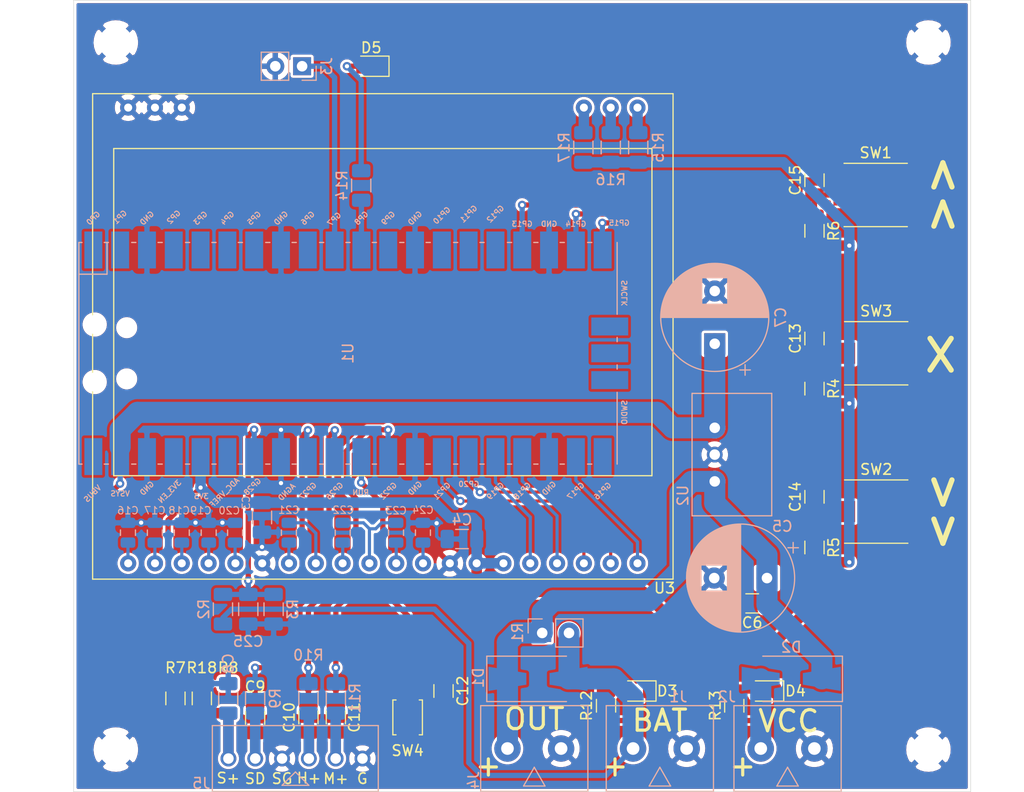
<source format=kicad_pcb>
(kicad_pcb (version 20171130) (host pcbnew 5.1.5+dfsg1-2build2)
  (layers (0 F.Cu signal) (31 B.Cu signal) (34 B.Paste user) (35 F.Paste user) (36 B.SilkS user) (37 F.SilkS user) (38 B.Mask user) (39 F.Mask user) (44 Edge.Cuts user))
  (net 0 "")
  (net 1 GND)
  (net 2 +3V3)
  (net 3 +12V)
  (net 4 +5V)
  (net 5 "Net-(C8-Pad1)")
  (net 6 "Net-(C9-Pad1)")
  (net 7 "Net-(C10-Pad1)")
  (net 8 "Net-(C11-Pad1)")
  (net 9 RESET)
  (net 10 SW_SELECT)
  (net 11 SW_DOWN)
  (net 12 SW_UP)
  (net 13 "Net-(C16-Pad1)")
  (net 14 "Net-(C17-Pad1)")
  (net 15 "Net-(C18-Pad1)")
  (net 16 "Net-(C19-Pad1)")
  (net 17 "Net-(C20-Pad1)")
  (net 18 "Net-(C21-Pad2)")
  (net 19 "Net-(C21-Pad1)")
  (net 20 "Net-(C22-Pad1)")
  (net 21 "Net-(C22-Pad2)")
  (net 22 "Net-(C23-Pad1)")
  (net 23 "Net-(C24-Pad1)")
  (net 24 VBAT)
  (net 25 VLINE)
  (net 26 "Net-(D3-Pad2)")
  (net 27 "Net-(D4-Pad2)")
  (net 28 "Net-(D5-Pad2)")
  (net 29 BUZZER)
  (net 30 DHT22_DATA)
  (net 31 HEATER)
  (net 32 MOTOR)
  (net 33 HEARTBEAT)
  (net 34 "Net-(R15-Pad1)")
  (net 35 "Net-(R16-Pad1)")
  (net 36 "Net-(R17-Pad1)")
  (net 37 LCD_~CS1B)
  (net 38 LCD_SCK)
  (net 39 LCD_MOSI)
  (net 40 LCD_~RESET)
  (net 41 LCD_A0)
  (net 42 "Net-(C25-Pad1)")
  (module Capacitor_SMD:C_0805_2012Metric (layer B.Cu) (at 57.45 67 90)
    (fp_text reference C23 (at 2.1 0 180) (layer B.SilkS) (effects (font (size 0.7 0.7) (thickness 0.1)) (justify mirror)))
    (fp_text value 1u)
    (pad 2 smd roundrect (at 0.9375 0 90) (size 0.975 1.4) (layers B.Cu B.Paste B.Mask) (net 20 "Net-(C22-Pad1)"))
    (pad 1 smd roundrect (at -0.9375 0 90) (size 0.975 1.4) (layers B.Cu B.Paste B.Mask) (net 22 "Net-(C23-Pad1)"))
  )
  (module Capacitor_SMD:C_1206_3216Metric (layer B.Cu) (at 44.75 65.55 270)
    (fp_text reference C3 (at -1.4 1.5 270) (layer B.SilkS) (effects (font (size 0.7 0.7) (thickness 0.1)) (justify mirror)))
    (fp_text value 100n)
    (pad 1 smd roundrect (at -1.4 0 270) (size 1.25 1.75) (layers B.Cu B.Paste B.Mask) (roundrect_rratio 0.2) (net 2 +3V3))
    (pad 2 smd roundrect (at 1.4 0 270) (size 1.25 1.75) (layers B.Cu B.Paste B.Mask) (roundrect_rratio 0.2) (net 1 GND))
  )
  (module Capacitor_SMD:C_1206_3216Metric (layer B.Cu) (at 63.7 67.6 180)
    (fp_text reference C4 (at 0 1.82) (layer B.SilkS) (effects (justify mirror)))
    (fp_text value 100n)
    (pad 1 smd roundrect (at -1.4 0 180) (size 1.25 1.75) (layers B.Cu B.Paste B.Mask) (roundrect_rratio 0.2) (net 2 +3V3))
    (pad 2 smd roundrect (at 1.4 0 180) (size 1.25 1.75) (layers B.Cu B.Paste B.Mask) (roundrect_rratio 0.2) (net 1 GND))
  )
  (module Capacitor_THT:CP_Radial_D10.0mm_P5.00mm (layer B.Cu) (at 92.6 71.3 180)
    (fp_text reference C5 (at -1.45 4.9) (layer B.SilkS) (effects (justify mirror)))
    (fp_text value 100u)
    (pad 2 thru_hole circle (at 5 0 180) (size 2 2) (drill 1) (layers *.Cu *.Mask) (net 1 GND))
    (pad 1 thru_hole rect (at 0 0 180) (size 2 2) (drill 1) (layers *.Cu *.Mask) (net 3 +12V))
  )
  (module Capacitor_SMD:C_1206_3216Metric (layer F.Cu) (at 91.2 73.7 180)
    (fp_text reference C6 (at 0 -1.82) (layer F.SilkS))
    (fp_text value 100n)
    (pad 2 smd roundrect (at 1.4 0 180) (size 1.25 1.75) (layers F.Cu F.Paste F.Mask) (roundrect_rratio 0.2) (net 1 GND))
    (pad 1 smd roundrect (at -1.4 0 180) (size 1.25 1.75) (layers F.Cu F.Paste F.Mask) (roundrect_rratio 0.2) (net 3 +12V))
  )
  (module Capacitor_THT:CP_Radial_D10.0mm_P5.00mm (layer B.Cu) (at 87.65 49.1 90)
    (fp_text reference C7 (at 2.5 6.25 90) (layer B.SilkS) (effects (justify mirror)))
    (fp_text value 100u)
    (pad 1 thru_hole rect (at 0 0 90) (size 2 2) (drill 1) (layers *.Cu *.Mask) (net 4 +5V))
    (pad 2 thru_hole circle (at 5 0 90) (size 2 2) (drill 1) (layers *.Cu *.Mask) (net 1 GND))
  )
  (module Capacitor_SMD:C_1206_3216Metric (layer B.Cu) (at 41.55 82.7 90)
    (fp_text reference C8 (at 3.3 0 270) (layer B.SilkS) (effects (justify mirror)))
    (fp_text value 100n)
    (pad 1 smd roundrect (at -1.4 0 90) (size 1.25 1.75) (layers B.Cu B.Paste B.Mask) (roundrect_rratio 0.2) (net 5 "Net-(C8-Pad1)"))
    (pad 2 smd roundrect (at 1.4 0 90) (size 1.25 1.75) (layers B.Cu B.Paste B.Mask) (roundrect_rratio 0.2) (net 1 GND))
  )
  (module Capacitor_SMD:C_1206_3216Metric (layer F.Cu) (at 44.1 84.55 90)
    (fp_text reference C9 (at 2.95 0 180) (layer F.SilkS))
    (fp_text value 100p)
    (pad 2 smd roundrect (at 1.4 0 90) (size 1.25 1.75) (layers F.Cu F.Paste F.Mask) (roundrect_rratio 0.2) (net 1 GND))
    (pad 1 smd roundrect (at -1.4 0 90) (size 1.25 1.75) (layers F.Cu F.Paste F.Mask) (roundrect_rratio 0.2) (net 6 "Net-(C9-Pad1)"))
  )
  (module Capacitor_SMD:C_1206_3216Metric (layer F.Cu) (at 49.15 84.5 90)
    (fp_text reference C10 (at 0 -1.82 90) (layer F.SilkS))
    (fp_text value 100p)
    (pad 2 smd roundrect (at 1.4 0 90) (size 1.25 1.75) (layers F.Cu F.Paste F.Mask) (roundrect_rratio 0.2) (net 1 GND))
    (pad 1 smd roundrect (at -1.4 0 90) (size 1.25 1.75) (layers F.Cu F.Paste F.Mask) (roundrect_rratio 0.2) (net 7 "Net-(C10-Pad1)"))
  )
  (module Capacitor_SMD:C_1206_3216Metric (layer F.Cu) (at 51.75 84.5 90)
    (fp_text reference C11 (at 0 1.75 90) (layer F.SilkS))
    (fp_text value 100p)
    (pad 2 smd roundrect (at 1.4 0 90) (size 1.25 1.75) (layers F.Cu F.Paste F.Mask) (roundrect_rratio 0.2) (net 1 GND))
    (pad 1 smd roundrect (at -1.4 0 90) (size 1.25 1.75) (layers F.Cu F.Paste F.Mask) (roundrect_rratio 0.2) (net 8 "Net-(C11-Pad1)"))
  )
  (module Capacitor_SMD:C_1206_3216Metric (layer F.Cu) (at 61.95 82 270)
    (fp_text reference C12 (at 0 -1.82 270) (layer F.SilkS))
    (fp_text value 100n)
    (pad 1 smd roundrect (at -1.4 0 270) (size 1.25 1.75) (layers F.Cu F.Paste F.Mask) (roundrect_rratio 0.2) (net 9 RESET))
    (pad 2 smd roundrect (at 1.4 0 270) (size 1.25 1.75) (layers F.Cu F.Paste F.Mask) (roundrect_rratio 0.2) (net 1 GND))
  )
  (module Capacitor_SMD:C_1206_3216Metric (layer F.Cu) (at 97.1 48.6 90)
    (fp_text reference C13 (at 0 -1.82 90) (layer F.SilkS))
    (fp_text value 100n)
    (pad 2 smd roundrect (at 1.4 0 90) (size 1.25 1.75) (layers F.Cu F.Paste F.Mask) (roundrect_rratio 0.2) (net 1 GND))
    (pad 1 smd roundrect (at -1.4 0 90) (size 1.25 1.75) (layers F.Cu F.Paste F.Mask) (roundrect_rratio 0.2) (net 10 SW_SELECT))
  )
  (module Capacitor_SMD:C_1206_3216Metric (layer F.Cu) (at 97.1 63.6 90)
    (fp_text reference C14 (at 0 -1.82 90) (layer F.SilkS))
    (fp_text value 100n)
    (pad 1 smd roundrect (at -1.4 0 90) (size 1.25 1.75) (layers F.Cu F.Paste F.Mask) (roundrect_rratio 0.2) (net 11 SW_DOWN))
    (pad 2 smd roundrect (at 1.4 0 90) (size 1.25 1.75) (layers F.Cu F.Paste F.Mask) (roundrect_rratio 0.2) (net 1 GND))
  )
  (module Capacitor_SMD:C_1206_3216Metric (layer F.Cu) (at 97.1 33.6 90)
    (fp_text reference C15 (at 0 -1.82 90) (layer F.SilkS))
    (fp_text value 100n)
    (pad 2 smd roundrect (at 1.4 0 90) (size 1.25 1.75) (layers F.Cu F.Paste F.Mask) (roundrect_rratio 0.2) (net 1 GND))
    (pad 1 smd roundrect (at -1.4 0 90) (size 1.25 1.75) (layers F.Cu F.Paste F.Mask) (roundrect_rratio 0.2) (net 12 SW_UP))
  )
  (module Capacitor_SMD:C_0805_2012Metric (layer B.Cu) (at 32.05 67 90)
    (fp_text reference C16 (at 2.1 0 180) (layer B.SilkS) (effects (font (size 0.7 0.7) (thickness 0.1)) (justify mirror)))
    (fp_text value 1u)
    (pad 1 smd roundrect (at -0.9375 0 90) (size 0.975 1.4) (layers B.Cu B.Paste B.Mask) (net 13 "Net-(C16-Pad1)"))
    (pad 2 smd roundrect (at 0.9375 0 90) (size 0.975 1.4) (layers B.Cu B.Paste B.Mask) (net 1 GND))
  )
  (module Capacitor_SMD:C_0805_2012Metric (layer B.Cu) (at 34.6 67 90)
    (fp_text reference C17 (at 2.1 0 180) (layer B.SilkS) (effects (font (size 0.7 0.7) (thickness 0.1)) (justify mirror)))
    (fp_text value 1u)
    (pad 2 smd roundrect (at 0.9375 0 90) (size 0.975 1.4) (layers B.Cu B.Paste B.Mask) (net 1 GND))
    (pad 1 smd roundrect (at -0.9375 0 90) (size 0.975 1.4) (layers B.Cu B.Paste B.Mask) (net 14 "Net-(C17-Pad1)"))
  )
  (module Capacitor_SMD:C_0805_2012Metric (layer B.Cu) (at 37.15 67 90)
    (fp_text reference C18 (at 2.1 -0.25 180) (layer B.SilkS) (effects (font (size 0.7 0.7) (thickness 0.1)) (justify mirror)))
    (fp_text value 1u)
    (pad 1 smd roundrect (at -0.9375 0 90) (size 0.975 1.4) (layers B.Cu B.Paste B.Mask) (net 15 "Net-(C18-Pad1)"))
    (pad 2 smd roundrect (at 0.9375 0 90) (size 0.975 1.4) (layers B.Cu B.Paste B.Mask) (net 1 GND))
  )
  (module Capacitor_SMD:C_0805_2012Metric (layer B.Cu) (at 39.7 67 90)
    (fp_text reference C19 (at 2.1 -0.75) (layer B.SilkS) (effects (font (size 0.7 0.7) (thickness 0.1)) (justify mirror)))
    (fp_text value 1u)
    (pad 2 smd roundrect (at 0.9375 0 90) (size 0.975 1.4) (layers B.Cu B.Paste B.Mask) (net 1 GND))
    (pad 1 smd roundrect (at -0.9375 0 90) (size 0.975 1.4) (layers B.Cu B.Paste B.Mask) (net 16 "Net-(C19-Pad1)"))
  )
  (module Capacitor_SMD:C_0805_2012Metric (layer B.Cu) (at 42.2 67 90)
    (fp_text reference C20 (at 2.1 -0.55 180) (layer B.SilkS) (effects (font (size 0.7 0.7) (thickness 0.1)) (justify mirror)))
    (fp_text value 1u)
    (pad 1 smd roundrect (at -0.9375 0 90) (size 0.975 1.4) (layers B.Cu B.Paste B.Mask) (net 17 "Net-(C20-Pad1)"))
    (pad 2 smd roundrect (at 0.9375 0 90) (size 0.975 1.4) (layers B.Cu B.Paste B.Mask) (net 1 GND))
  )
  (module Capacitor_SMD:C_0805_2012Metric (layer B.Cu) (at 47.3 67 270)
    (fp_text reference C21 (at -2.15 0 180) (layer B.SilkS) (effects (font (size 0.7 0.7) (thickness 0.1)) (justify mirror)))
    (fp_text value 1u)
    (pad 2 smd roundrect (at 0.9375 0 270) (size 0.975 1.4) (layers B.Cu B.Paste B.Mask) (net 18 "Net-(C21-Pad2)"))
    (pad 1 smd roundrect (at -0.9375 0 270) (size 0.975 1.4) (layers B.Cu B.Paste B.Mask) (net 19 "Net-(C21-Pad1)"))
  )
  (module Capacitor_SMD:C_0805_2012Metric (layer B.Cu) (at 52.4 67 270)
    (fp_text reference C22 (at -2.15 -0.05 180) (layer B.SilkS) (effects (font (size 0.7 0.7) (thickness 0.1)) (justify mirror)))
    (fp_text value 1u)
    (pad 1 smd roundrect (at -0.9375 0 270) (size 0.975 1.4) (layers B.Cu B.Paste B.Mask) (net 20 "Net-(C22-Pad1)"))
    (pad 2 smd roundrect (at 0.9375 0 270) (size 0.975 1.4) (layers B.Cu B.Paste B.Mask) (net 21 "Net-(C22-Pad2)"))
  )
  (module Capacitor_SMD:C_0805_2012Metric (layer B.Cu) (at 60 67 90)
    (fp_text reference C24 (at 2.15 0 180) (layer B.SilkS) (effects (font (size 0.7 0.7) (thickness 0.1)) (justify mirror)))
    (fp_text value 1u)
    (pad 1 smd roundrect (at -0.9375 0 90) (size 0.975 1.4) (layers B.Cu B.Paste B.Mask) (net 23 "Net-(C24-Pad1)"))
    (pad 2 smd roundrect (at 0.9375 0 90) (size 0.975 1.4) (layers B.Cu B.Paste B.Mask) (net 1 GND))
  )
  (module Diode_SMD:D_SMA-SMB_Universal_Handsoldering (layer B.Cu) (at 70.9 80.85)
    (fp_text reference D1 (at -5.65 -0.1 90) (layer B.SilkS) (effects (justify mirror)))
    (fp_text value D_Schottky)
    (pad 2 smd trapezoid (at 2.9 0 180) (size 3.6 1.7) (rect_delta 0.6 0) (layers B.Cu B.Paste B.Mask) (net 24 VBAT))
    (pad 1 smd trapezoid (at -2.9 0) (size 3.6 1.7) (rect_delta 0.6 0) (layers B.Cu B.Paste B.Mask) (net 3 +12V))
  )
  (module Diode_SMD:D_SMA-SMB_Universal_Handsoldering (layer B.Cu) (at 94.9 80.85 180)
    (fp_text reference D2 (at 0 3) (layer B.SilkS) (effects (justify mirror)))
    (fp_text value D_Schottky)
    (pad 1 smd trapezoid (at -2.9 0 180) (size 3.6 1.7) (rect_delta 0.6 0) (layers B.Cu B.Paste B.Mask) (net 3 +12V))
    (pad 2 smd trapezoid (at 2.9 0) (size 3.6 1.7) (rect_delta 0.6 0) (layers B.Cu B.Paste B.Mask) (net 25 VLINE))
  )
  (module LED_SMD:LED_0805_2012Metric (layer F.Cu) (at 80.4 82 180)
    (fp_text reference D3 (at -2.75 0) (layer F.SilkS))
    (fp_text value LED_Small)
    (pad 2 smd roundrect (at 0.9375 0 180) (size 0.975 1.4) (layers F.Cu F.Paste F.Mask) (net 26 "Net-(D3-Pad2)"))
    (pad 1 smd roundrect (at -0.9375 0 180) (size 0.975 1.4) (layers F.Cu F.Paste F.Mask) (net 1 GND))
  )
  (module LED_SMD:LED_0805_2012Metric (layer F.Cu) (at 92.5 82 180)
    (fp_text reference D4 (at -2.8 0) (layer F.SilkS))
    (fp_text value LED_Small)
    (pad 1 smd roundrect (at -0.9375 0 180) (size 0.975 1.4) (layers F.Cu F.Paste F.Mask) (net 1 GND))
    (pad 2 smd roundrect (at 0.9375 0 180) (size 0.975 1.4) (layers F.Cu F.Paste F.Mask) (net 27 "Net-(D4-Pad2)"))
  )
  (module LED_SMD:LED_0805_2012Metric (layer F.Cu) (at 55.1 22.8 180)
    (fp_text reference D5 (at 0 1.75) (layer F.SilkS))
    (fp_text value LED_Small)
    (pad 1 smd roundrect (at -0.9375 0 180) (size 0.975 1.4) (layers F.Cu F.Paste F.Mask) (net 1 GND))
    (pad 2 smd roundrect (at 0.9375 0 180) (size 0.975 1.4) (layers F.Cu F.Paste F.Mask) (net 28 "Net-(D5-Pad2)"))
  )
  (module incubatorController:691213510002 (layer B.Cu) (at 82.45 87.45)
    (fp_text reference J1 (at 1.75 -4.9) (layer B.SilkS) (effects (justify mirror)))
    (fp_text value BATTERY)
    (pad 2 thru_hole circle (at 2.54 0) (size 2.5 2.5) (drill 1.2) (layers *.Cu *.Mask) (net 1 GND))
    (pad 1 thru_hole circle (at -2.54 0) (size 2.5 2.5) (drill 1.2) (layers *.Cu *.Mask) (net 24 VBAT))
  )
  (module incubatorController:691213510002 (layer B.Cu) (at 94.55 87.45)
    (fp_text reference J2 (at -5.75 -4.9) (layer B.SilkS) (effects (justify mirror)))
    (fp_text value POWER)
    (pad 1 thru_hole circle (at -2.54 0) (size 2.5 2.5) (drill 1.2) (layers *.Cu *.Mask) (net 25 VLINE))
    (pad 2 thru_hole circle (at 2.54 0) (size 2.5 2.5) (drill 1.2) (layers *.Cu *.Mask) (net 1 GND))
  )
  (module Connector_PinHeader_2.54mm:PinHeader_1x02_P2.54mm_Vertical (layer B.Cu) (at 48.55 22.8 90)
    (fp_text reference J3 (at 0 2.33 -90) (layer B.SilkS) (effects (justify mirror)))
    (fp_text value BUZZER)
    (pad 2 thru_hole oval (at 0 -2.54 90) (size 1.7 1.7) (drill 1) (layers *.Cu *.Mask) (net 1 GND))
    (pad 1 thru_hole rect (at 0 0 90) (size 1.7 1.7) (drill 1) (layers *.Cu *.Mask) (net 29 BUZZER))
  )
  (module incubatorController:691213510002 (layer B.Cu) (at 70.55 87.45)
    (fp_text reference J4 (at -5.75 3 90) (layer B.SilkS) (effects (justify mirror)))
    (fp_text value OUT)
    (pad 1 thru_hole circle (at -2.54 0) (size 2.5 2.5) (drill 1.2) (layers *.Cu *.Mask) (net 3 +12V))
    (pad 2 thru_hole circle (at 2.54 0) (size 2.5 2.5) (drill 1.2) (layers *.Cu *.Mask) (net 1 GND))
  )
  (module incubatorController:MP008516 (layer B.Cu) (at 41.57 88.4)
    (fp_text reference J5 (at -2.57 2.35) (layer B.SilkS) (effects (justify mirror)))
    (fp_text value CONTROL)
    (pad 1 thru_hole circle (at 0 0) (size 1.5 1.5) (drill 1) (layers *.Cu *.Mask) (net 5 "Net-(C8-Pad1)"))
    (pad 2 thru_hole circle (at 2.54 0) (size 1.5 1.5) (drill 1) (layers *.Cu *.Mask) (net 6 "Net-(C9-Pad1)"))
    (pad 3 thru_hole circle (at 5.08 0) (size 1.5 1.5) (drill 1) (layers *.Cu *.Mask) (net 1 GND))
    (pad 4 thru_hole circle (at 7.62 0) (size 1.5 1.5) (drill 1) (layers *.Cu *.Mask) (net 7 "Net-(C10-Pad1)"))
    (pad 5 thru_hole circle (at 10.16 0) (size 1.5 1.5) (drill 1) (layers *.Cu *.Mask) (net 8 "Net-(C11-Pad1)"))
    (pad 6 thru_hole circle (at 12.7 0) (size 1.5 1.5) (drill 1) (layers *.Cu *.Mask) (net 1 GND))
  )
  (module Connector_PinHeader_2.54mm:PinHeader_1x02_P2.54mm_Vertical (layer B.Cu) (at 71.3 76.5 270)
    (fp_text reference R1 (at 0 2.33 90) (layer B.SilkS) (effects (justify mirror)))
    (fp_text value 100)
    (pad 1 thru_hole rect (at 0 0 270) (size 1.7 1.7) (drill 1) (layers *.Cu *.Mask) (net 3 +12V))
    (pad 2 thru_hole oval (at 0 -2.54 270) (size 1.7 1.7) (drill 1) (layers *.Cu *.Mask) (net 24 VBAT))
  )
  (module Resistor_SMD:R_1206_3216Metric (layer F.Cu) (at 97.1 53.35 270)
    (fp_text reference R4 (at 0 -1.82 90) (layer F.SilkS))
    (fp_text value 10k)
    (pad 1 smd roundrect (at -1.4 0 270) (size 1.25 1.75) (layers F.Cu F.Paste F.Mask) (roundrect_rratio 0.2) (net 10 SW_SELECT))
    (pad 2 smd roundrect (at 1.4 0 270) (size 1.25 1.75) (layers F.Cu F.Paste F.Mask) (roundrect_rratio 0.2) (net 2 +3V3))
  )
  (module Resistor_SMD:R_1206_3216Metric (layer F.Cu) (at 97.1 68.4 270)
    (fp_text reference R5 (at 0 -1.82 90) (layer F.SilkS))
    (fp_text value 10k)
    (pad 2 smd roundrect (at 1.4 0 270) (size 1.25 1.75) (layers F.Cu F.Paste F.Mask) (roundrect_rratio 0.2) (net 2 +3V3))
    (pad 1 smd roundrect (at -1.4 0 270) (size 1.25 1.75) (layers F.Cu F.Paste F.Mask) (roundrect_rratio 0.2) (net 11 SW_DOWN))
  )
  (module Resistor_SMD:R_1206_3216Metric (layer F.Cu) (at 97.1 38.4 270)
    (fp_text reference R6 (at 0 -1.82 90) (layer F.SilkS))
    (fp_text value 10k)
    (pad 2 smd roundrect (at 1.4 0 270) (size 1.25 1.75) (layers F.Cu F.Paste F.Mask) (roundrect_rratio 0.2) (net 2 +3V3))
    (pad 1 smd roundrect (at -1.4 0 270) (size 1.25 1.75) (layers F.Cu F.Paste F.Mask) (roundrect_rratio 0.2) (net 12 SW_UP))
  )
  (module Resistor_SMD:R_1206_3216Metric (layer F.Cu) (at 36.55 82.7 270)
    (fp_text reference R7 (at -2.9 0 180) (layer F.SilkS))
    (fp_text value DNP)
    (pad 1 smd roundrect (at -1.4 0 270) (size 1.25 1.75) (layers F.Cu F.Paste F.Mask) (roundrect_rratio 0.2) (net 4 +5V))
    (pad 2 smd roundrect (at 1.4 0 270) (size 1.25 1.75) (layers F.Cu F.Paste F.Mask) (roundrect_rratio 0.2) (net 5 "Net-(C8-Pad1)"))
  )
  (module Resistor_SMD:R_1206_3216Metric (layer F.Cu) (at 41.55 82.7 90)
    (fp_text reference R8 (at 2.9 0 180) (layer F.SilkS))
    (fp_text value 0)
    (pad 2 smd roundrect (at 1.4 0 90) (size 1.25 1.75) (layers F.Cu F.Paste F.Mask) (roundrect_rratio 0.2))
    (pad 1 smd roundrect (at -1.4 0 90) (size 1.25 1.75) (layers F.Cu F.Paste F.Mask) (roundrect_rratio 0.2) (net 5 "Net-(C8-Pad1)"))
  )
  (module Resistor_SMD:R_1206_3216Metric (layer B.Cu) (at 44.1 82.7 90)
    (fp_text reference R9 (at 0 1.9 90) (layer B.SilkS) (effects (justify mirror)))
    (fp_text value 100)
    (pad 2 smd roundrect (at 1.4 0 90) (size 1.25 1.75) (layers B.Cu B.Paste B.Mask) (roundrect_rratio 0.2) (net 30 DHT22_DATA))
    (pad 1 smd roundrect (at -1.4 0 90) (size 1.25 1.75) (layers B.Cu B.Paste B.Mask) (roundrect_rratio 0.2) (net 6 "Net-(C9-Pad1)"))
  )
  (module Resistor_SMD:R_1206_3216Metric (layer B.Cu) (at 49.15 82.7 90)
    (fp_text reference R10 (at 4.1 0 180) (layer B.SilkS) (effects (justify mirror)))
    (fp_text value 100)
    (pad 1 smd roundrect (at -1.4 0 90) (size 1.25 1.75) (layers B.Cu B.Paste B.Mask) (roundrect_rratio 0.2) (net 7 "Net-(C10-Pad1)"))
    (pad 2 smd roundrect (at 1.4 0 90) (size 1.25 1.75) (layers B.Cu B.Paste B.Mask) (roundrect_rratio 0.2) (net 31 HEATER))
  )
  (module Resistor_SMD:R_1206_3216Metric (layer B.Cu) (at 51.75 82.7 90)
    (fp_text reference R11 (at 0 1.82 90) (layer B.SilkS) (effects (justify mirror)))
    (fp_text value 100)
    (pad 1 smd roundrect (at -1.4 0 90) (size 1.25 1.75) (layers B.Cu B.Paste B.Mask) (roundrect_rratio 0.2) (net 8 "Net-(C11-Pad1)"))
    (pad 2 smd roundrect (at 1.4 0 90) (size 1.25 1.75) (layers B.Cu B.Paste B.Mask) (roundrect_rratio 0.2) (net 32 MOTOR))
  )
  (module Resistor_SMD:R_1206_3216Metric (layer F.Cu) (at 77.35 83.4 270)
    (fp_text reference R12 (at 0 1.85 90) (layer F.SilkS))
    (fp_text value 10k)
    (pad 1 smd roundrect (at -1.4 0 270) (size 1.25 1.75) (layers F.Cu F.Paste F.Mask) (roundrect_rratio 0.2) (net 26 "Net-(D3-Pad2)"))
    (pad 2 smd roundrect (at 1.4 0 270) (size 1.25 1.75) (layers F.Cu F.Paste F.Mask) (roundrect_rratio 0.2) (net 24 VBAT))
  )
  (module Resistor_SMD:R_1206_3216Metric (layer F.Cu) (at 89.5 83.4 270)
    (fp_text reference R13 (at 0 1.8 90) (layer F.SilkS))
    (fp_text value 10k)
    (pad 2 smd roundrect (at 1.4 0 270) (size 1.25 1.75) (layers F.Cu F.Paste F.Mask) (roundrect_rratio 0.2) (net 25 VLINE))
    (pad 1 smd roundrect (at -1.4 0 270) (size 1.25 1.75) (layers F.Cu F.Paste F.Mask) (roundrect_rratio 0.2) (net 27 "Net-(D4-Pad2)"))
  )
  (module Resistor_SMD:R_1206_3216Metric (layer B.Cu) (at 54.15 34.1 270)
    (fp_text reference R14 (at 0 1.82 90) (layer B.SilkS) (effects (justify mirror)))
    (fp_text value 1k)
    (pad 2 smd roundrect (at 1.4 0 270) (size 1.25 1.75) (layers B.Cu B.Paste B.Mask) (roundrect_rratio 0.2) (net 33 HEARTBEAT))
    (pad 1 smd roundrect (at -1.4 0 270) (size 1.25 1.75) (layers B.Cu B.Paste B.Mask) (roundrect_rratio 0.2) (net 28 "Net-(D5-Pad2)"))
  )
  (module Resistor_SMD:R_1206_3216Metric (layer B.Cu) (at 80.4 30.5 270)
    (fp_text reference R15 (at 0 -1.9 270) (layer B.SilkS) (effects (justify mirror)))
    (fp_text value 56)
    (pad 1 smd roundrect (at -1.4 0 270) (size 1.25 1.75) (layers B.Cu B.Paste B.Mask) (roundrect_rratio 0.2) (net 34 "Net-(R15-Pad1)"))
    (pad 2 smd roundrect (at 1.4 0 270) (size 1.25 1.75) (layers B.Cu B.Paste B.Mask) (roundrect_rratio 0.2) (net 2 +3V3))
  )
  (module Resistor_SMD:R_1206_3216Metric (layer B.Cu) (at 77.8 30.5 270)
    (fp_text reference R16 (at 3.05 0 180) (layer B.SilkS) (effects (justify mirror)))
    (fp_text value 56)
    (pad 2 smd roundrect (at 1.4 0 270) (size 1.25 1.75) (layers B.Cu B.Paste B.Mask) (roundrect_rratio 0.2) (net 2 +3V3))
    (pad 1 smd roundrect (at -1.4 0 270) (size 1.25 1.75) (layers B.Cu B.Paste B.Mask) (roundrect_rratio 0.2) (net 35 "Net-(R16-Pad1)"))
  )
  (module Resistor_SMD:R_1206_3216Metric (layer B.Cu) (at 75.2 30.5 270)
    (fp_text reference R17 (at 0 1.82 90) (layer B.SilkS) (effects (justify mirror)))
    (fp_text value 56)
    (pad 1 smd roundrect (at -1.4 0 270) (size 1.25 1.75) (layers B.Cu B.Paste B.Mask) (roundrect_rratio 0.2) (net 36 "Net-(R17-Pad1)"))
    (pad 2 smd roundrect (at 1.4 0 270) (size 1.25 1.75) (layers B.Cu B.Paste B.Mask) (roundrect_rratio 0.2) (net 2 +3V3))
  )
  (module incubatorController:EVPASCB1A (layer F.Cu) (at 102.9 35)
    (fp_text reference SW1 (at 0 -4) (layer F.SilkS))
    (fp_text value SW_UP)
    (pad 1 smd rect (at -3 0) (size 2 2) (layers F.Cu F.Paste F.Mask) (net 12 SW_UP))
    (pad 2 smd rect (at 3 0) (size 2 2) (layers F.Cu F.Paste F.Mask) (net 1 GND))
  )
  (module incubatorController:EVPASCB1A (layer F.Cu) (at 102.95 65)
    (fp_text reference SW2 (at 0 -4) (layer F.SilkS))
    (fp_text value SW_DOWN)
    (pad 2 smd rect (at 3 0) (size 2 2) (layers F.Cu F.Paste F.Mask) (net 1 GND))
    (pad 1 smd rect (at -3 0) (size 2 2) (layers F.Cu F.Paste F.Mask) (net 11 SW_DOWN))
  )
  (module incubatorController:EVPASCB1A (layer F.Cu) (at 102.95 50)
    (fp_text reference SW3 (at 0 -4) (layer F.SilkS))
    (fp_text value SW_SELECT)
    (pad 1 smd rect (at -3 0) (size 2 2) (layers F.Cu F.Paste F.Mask) (net 10 SW_SELECT))
    (pad 2 smd rect (at 3 0) (size 2 2) (layers F.Cu F.Paste F.Mask) (net 1 GND))
  )
  (module incubatorController:MP-K7805-500R3 (layer B.Cu) (at 87.65 59.6 90)
    (fp_text reference U2 (at -3.88 -3.02 90) (layer B.SilkS) (effects (justify mirror)))
    (fp_text value MP-K7805-500R3)
    (pad 1 thru_hole circle (at -2.54 0 90) (size 1.5 1.5) (drill 1) (layers *.Cu *.Mask) (net 3 +12V))
    (pad 2 thru_hole circle (at 0 0 90) (size 1.5 1.5) (drill 1) (layers *.Cu *.Mask) (net 1 GND))
    (pad 3 thru_hole circle (at 2.54 0 90) (size 1.5 1.5) (drill 1) (layers *.Cu *.Mask) (net 4 +5V))
  )
  (module incubatorController:EADOGM128 (layer F.Cu) (at 56.2 46.1 180)
    (fp_text reference U3 (at -26.7 -26.15) (layer F.SilkS))
    (fp_text value EADOGM128W-6)
    (pad 30 thru_hole circle (at 1.27 -23.8 180) (size 1.524 1.524) (drill 0.762) (layers *.Cu *.Mask) (net 20 "Net-(C22-Pad1)"))
    (pad 29 thru_hole circle (at 3.81 -23.8 180) (size 1.524 1.524) (drill 0.762) (layers *.Cu *.Mask) (net 21 "Net-(C22-Pad2)"))
    (pad 28 thru_hole circle (at 6.35 -23.8 180) (size 1.524 1.524) (drill 0.762) (layers *.Cu *.Mask) (net 19 "Net-(C21-Pad1)"))
    (pad 27 thru_hole circle (at 8.89 -23.8 180) (size 1.524 1.524) (drill 0.762) (layers *.Cu *.Mask) (net 18 "Net-(C21-Pad2)"))
    (pad 26 thru_hole circle (at 11.43 -23.8 180) (size 1.524 1.524) (drill 0.762) (layers *.Cu *.Mask) (net 1 GND))
    (pad 25 thru_hole circle (at 13.97 -23.8 180) (size 1.524 1.524) (drill 0.762) (layers *.Cu *.Mask) (net 17 "Net-(C20-Pad1)"))
    (pad 24 thru_hole circle (at 16.51 -23.8 180) (size 1.524 1.524) (drill 0.762) (layers *.Cu *.Mask) (net 16 "Net-(C19-Pad1)"))
    (pad 23 thru_hole circle (at 19.05 -23.8 180) (size 1.524 1.524) (drill 0.762) (layers *.Cu *.Mask) (net 15 "Net-(C18-Pad1)"))
    (pad 22 thru_hole circle (at 21.59 -23.8 180) (size 1.524 1.524) (drill 0.762) (layers *.Cu *.Mask) (net 14 "Net-(C17-Pad1)"))
    (pad 21 thru_hole circle (at 24.13 -23.8 180) (size 1.524 1.524) (drill 0.762) (layers *.Cu *.Mask) (net 13 "Net-(C16-Pad1)"))
    (pad 31 thru_hole circle (at -1.27 -23.8 180) (size 1.524 1.524) (drill 0.762) (layers *.Cu *.Mask) (net 22 "Net-(C23-Pad1)"))
    (pad 32 thru_hole circle (at -3.81 -23.8 180) (size 1.524 1.524) (drill 0.762) (layers *.Cu *.Mask) (net 23 "Net-(C24-Pad1)"))
    (pad 33 thru_hole circle (at -6.35 -23.8 180) (size 1.524 1.524) (drill 0.762) (layers *.Cu *.Mask) (net 1 GND))
    (pad 34 thru_hole circle (at -8.89 -23.8 180) (size 1.524 1.524) (drill 0.762) (layers *.Cu *.Mask) (net 2 +3V3))
    (pad 35 thru_hole circle (at -11.43 -23.8 180) (size 1.524 1.524) (drill 0.762) (layers *.Cu *.Mask) (net 2 +3V3))
    (pad 36 thru_hole circle (at -13.97 -23.8 180) (size 1.524 1.524) (drill 0.762) (layers *.Cu *.Mask) (net 39 LCD_MOSI))
    (pad 37 thru_hole circle (at -16.51 -23.8 180) (size 1.524 1.524) (drill 0.762) (layers *.Cu *.Mask) (net 38 LCD_SCK))
    (pad 38 thru_hole circle (at -19.05 -23.8 180) (size 1.524 1.524) (drill 0.762) (layers *.Cu *.Mask) (net 41 LCD_A0))
    (pad 39 thru_hole circle (at -21.59 -23.8 180) (size 1.524 1.524) (drill 0.762) (layers *.Cu *.Mask) (net 40 LCD_~RESET))
    (pad 40 thru_hole circle (at -24.13 -23.8 180) (size 1.524 1.524) (drill 0.762) (layers *.Cu *.Mask) (net 37 LCD_~CS1B))
    (pad 1 thru_hole circle (at -24.13 19.38 180) (size 1.524 1.524) (drill 0.762) (layers *.Cu *.Mask) (net 34 "Net-(R15-Pad1)"))
    (pad 2 thru_hole circle (at -21.59 19.38 180) (size 1.524 1.524) (drill 0.762) (layers *.Cu *.Mask) (net 35 "Net-(R16-Pad1)"))
    (pad 3 thru_hole circle (at -19.05 19.38 180) (size 1.524 1.524) (drill 0.762) (layers *.Cu *.Mask) (net 36 "Net-(R17-Pad1)"))
    (pad 20 thru_hole circle (at 24.13 19.38 180) (size 1.524 1.524) (drill 0.762) (layers *.Cu *.Mask) (net 1 GND))
    (pad 19 thru_hole circle (at 21.59 19.38 180) (size 1.524 1.524) (drill 0.762) (layers *.Cu *.Mask) (net 1 GND))
    (pad 18 thru_hole circle (at 19.05 19.38 180) (size 1.524 1.524) (drill 0.762) (layers *.Cu *.Mask) (net 1 GND))
  )
  (module incubatorController:RPi_Pico_SMD_TH (layer B.Cu) (at 52.9 50 270)
    (fp_text reference U1 (at 0 0 90) (layer B.SilkS) (effects (justify mirror)))
    (fp_text value RPI_PICO_MODULE)
    (fp_text user GP1 (at -12.9 21.6 225) (layer B.SilkS) (effects (font (size 0.5 0.5) (thickness 0.1)) (justify mirror)))
    (fp_text user GP2 (at -12.9 16.51 225) (layer B.SilkS) (effects (font (size 0.5 0.5) (thickness 0.1)) (justify mirror)))
    (fp_text user GP0 (at -12.8 24.13 225) (layer B.SilkS) (effects (font (size 0.5 0.5) (thickness 0.1)) (justify mirror)))
    (fp_text user GP3 (at -12.8 13.97 225) (layer B.SilkS) (effects (font (size 0.5 0.5) (thickness 0.1)) (justify mirror)))
    (fp_text user GP4 (at -12.8 11.43 225) (layer B.SilkS) (effects (font (size 0.5 0.5) (thickness 0.1)) (justify mirror)))
    (fp_text user GP5 (at -12.8 8.89 225) (layer B.SilkS) (effects (font (size 0.5 0.5) (thickness 0.1)) (justify mirror)))
    (fp_text user GP6 (at -12.8 3.81 225) (layer B.SilkS) (effects (font (size 0.5 0.5) (thickness 0.1)) (justify mirror)))
    (fp_text user GP7 (at -12.7 1.3 225) (layer B.SilkS) (effects (font (size 0.5 0.5) (thickness 0.1)) (justify mirror)))
    (fp_text user GP8 (at -12.8 -1.27 225) (layer B.SilkS) (effects (font (size 0.5 0.5) (thickness 0.1)) (justify mirror)))
    (fp_text user GP9 (at -12.8 -3.81 225) (layer B.SilkS) (effects (font (size 0.5 0.5) (thickness 0.1)) (justify mirror)))
    (fp_text user GP10 (at -13.054 -8.89 225) (layer B.SilkS) (effects (font (size 0.5 0.5) (thickness 0.1)) (justify mirror)))
    (fp_text user GP11 (at -13.2 -11.43 225) (layer B.SilkS) (effects (font (size 0.5 0.5) (thickness 0.1)) (justify mirror)))
    (fp_text user GP12 (at -13.2 -13.97 225) (layer B.SilkS) (effects (font (size 0.5 0.5) (thickness 0.1)) (justify mirror)))
    (fp_text user GP13 (at -12.25 -16.5) (layer B.SilkS) (effects (font (size 0.5 0.5) (thickness 0.1)) (justify mirror)))
    (fp_text user GP14 (at -12.25 -21.59) (layer B.SilkS) (effects (font (size 0.5 0.5) (thickness 0.1)) (justify mirror)))
    (fp_text user GP15 (at -12.35 -25.7) (layer B.SilkS) (effects (font (size 0.5 0.5) (thickness 0.1)) (justify mirror)))
    (fp_text user GP16 (at 13.054 -24.13 225) (layer B.SilkS) (effects (font (size 0.5 0.5) (thickness 0.1)) (justify mirror)))
    (fp_text user GP17 (at 13.054 -21.59 225) (layer B.SilkS) (effects (font (size 0.5 0.5) (thickness 0.1)) (justify mirror)))
    (fp_text user GP18 (at 13.054 -16.51 225) (layer B.SilkS) (effects (font (size 0.5 0.5) (thickness 0.1)) (justify mirror)))
    (fp_text user GP19 (at 13.054 -13.97 225) (layer B.SilkS) (effects (font (size 0.5 0.5) (thickness 0.1)) (justify mirror)))
    (fp_text user GP20 (at 12.4 -11.45) (layer B.SilkS) (effects (font (size 0.5 0.5) (thickness 0.1)) (justify mirror)))
    (fp_text user GP21 (at 13.054 -8.9 225) (layer B.SilkS) (effects (font (size 0.5 0.5) (thickness 0.1)) (justify mirror)))
    (fp_text user GP22 (at 13.054 -3.81 225) (layer B.SilkS) (effects (font (size 0.5 0.5) (thickness 0.1)) (justify mirror)))
    (fp_text user RUN (at 13.2 -1.2) (layer B.SilkS) (effects (font (size 0.5 0.5) (thickness 0.1)) (justify mirror)))
    (fp_text user GP26 (at 13.054 1.27 225) (layer B.SilkS) (effects (font (size 0.5 0.5) (thickness 0.1)) (justify mirror)))
    (fp_text user GP27 (at 13.054 3.8 225) (layer B.SilkS) (effects (font (size 0.5 0.5) (thickness 0.1)) (justify mirror)))
    (fp_text user GP28 (at 12.65 9.05 225) (layer B.SilkS) (effects (font (size 0.5 0.5) (thickness 0.1)) (justify mirror)))
    (fp_text user ADC_VREF (at 13.2 11.7 45) (layer B.SilkS) (effects (font (size 0.5 0.5) (thickness 0.1)) (justify mirror)))
    (fp_text user 3V3 (at 13.55 13.9) (layer B.SilkS) (effects (font (size 0.5 0.5) (thickness 0.1)) (justify mirror)))
    (fp_text user 3V3_EN (at 13.1 16.9 225) (layer B.SilkS) (effects (font (size 0.5 0.5) (thickness 0.1)) (justify mirror)))
    (fp_text user VSYS (at 13.3 21.59) (layer B.SilkS) (effects (font (size 0.5 0.5) (thickness 0.1)) (justify mirror)))
    (fp_text user VBUS (at 13.3 24.2 225) (layer B.SilkS) (effects (font (size 0.5 0.5) (thickness 0.1)) (justify mirror)))
    (fp_text user GND (at -12.8 19.05 225) (layer B.SilkS) (effects (font (size 0.5 0.5) (thickness 0.1)) (justify mirror)))
    (fp_text user GND (at -12.8 6.35 225) (layer B.SilkS) (effects (font (size 0.5 0.5) (thickness 0.1)) (justify mirror)))
    (fp_text user GND (at -12.8 -6.35 225) (layer B.SilkS) (effects (font (size 0.5 0.5) (thickness 0.1)) (justify mirror)))
    (fp_text user GND (at -12.25 -19.05) (layer B.SilkS) (effects (font (size 0.5 0.5) (thickness 0.1)) (justify mirror)))
    (fp_text user GND (at 12.8 -19.05 225) (layer B.SilkS) (effects (font (size 0.5 0.5) (thickness 0.1)) (justify mirror)))
    (fp_text user GND (at 12.8 -6.35 225) (layer B.SilkS) (effects (font (size 0.5 0.5) (thickness 0.1)) (justify mirror)))
    (fp_text user GND (at 12.8 19.05 225) (layer B.SilkS) (effects (font (size 0.5 0.5) (thickness 0.1)) (justify mirror)))
    (fp_text user AGND (at 13.15 5.8 225) (layer B.SilkS) (effects (font (size 0.5 0.5) (thickness 0.1)) (justify mirror)))
    (fp_text user SWCLK (at -5.7 -26.2 90) (layer B.SilkS) (effects (font (size 0.5 0.5) (thickness 0.1)) (justify mirror)))
    (fp_text user SWDIO (at 5.6 -26.2 90) (layer B.SilkS) (effects (font (size 0.5 0.5) (thickness 0.1)) (justify mirror)))
    (pad 1 smd rect (at -8.89 24.13 270) (size 3.5 1.7) (drill (offset -0.9 0)) (layers B.Cu B.Mask))
    (pad 2 smd rect (at -8.89 21.59 270) (size 3.5 1.7) (drill (offset -0.9 0)) (layers B.Cu B.Mask))
    (pad 3 smd rect (at -8.89 19.05 270) (size 3.5 1.7) (drill (offset -0.9 0)) (layers B.Cu B.Mask) (net 1 GND))
    (pad 4 smd rect (at -8.89 16.51 270) (size 3.5 1.7) (drill (offset -0.9 0)) (layers B.Cu B.Mask))
    (pad 5 smd rect (at -8.89 13.97 270) (size 3.5 1.7) (drill (offset -0.9 0)) (layers B.Cu B.Mask))
    (pad 6 smd rect (at -8.89 11.43 270) (size 3.5 1.7) (drill (offset -0.9 0)) (layers B.Cu B.Mask))
    (pad 7 smd rect (at -8.89 8.89 270) (size 3.5 1.7) (drill (offset -0.9 0)) (layers B.Cu B.Mask))
    (pad 8 smd rect (at -8.89 6.35 270) (size 3.5 1.7) (drill (offset -0.9 0)) (layers B.Cu B.Mask) (net 1 GND))
    (pad 9 smd rect (at -8.89 3.81 270) (size 3.5 1.7) (drill (offset -0.9 0)) (layers B.Cu B.Mask))
    (pad 10 smd rect (at -8.89 1.27 270) (size 3.5 1.7) (drill (offset -0.9 0)) (layers B.Cu B.Mask) (net 29 BUZZER))
    (pad 11 smd rect (at -8.89 -1.27 270) (size 3.5 1.7) (drill (offset -0.9 0)) (layers B.Cu B.Mask) (net 33 HEARTBEAT))
    (pad 12 smd rect (at -8.89 -3.81 270) (size 3.5 1.7) (drill (offset -0.9 0)) (layers B.Cu B.Mask))
    (pad 13 smd rect (at -8.89 -6.35 270) (size 3.5 1.7) (drill (offset -0.9 0)) (layers B.Cu B.Mask) (net 1 GND))
    (pad 14 smd rect (at -8.89 -8.89 270) (size 3.5 1.7) (drill (offset -0.9 0)) (layers B.Cu B.Mask))
    (pad 15 smd rect (at -8.89 -11.43 270) (size 3.5 1.7) (drill (offset -0.9 0)) (layers B.Cu B.Mask))
    (pad 16 smd rect (at -8.89 -13.97 270) (size 3.5 1.7) (drill (offset -0.9 0)) (layers B.Cu B.Mask))
    (pad 17 smd rect (at -8.89 -16.51 270) (size 3.5 1.7) (drill (offset -0.9 0)) (layers B.Cu B.Mask) (net 12 SW_UP))
    (pad 18 smd rect (at -8.89 -19.05 270) (size 3.5 1.7) (drill (offset -0.9 0)) (layers B.Cu B.Mask) (net 1 GND))
    (pad 19 smd rect (at -8.89 -21.59 270) (size 3.5 1.7) (drill (offset -0.9 0)) (layers B.Cu B.Mask) (net 10 SW_SELECT))
    (pad 20 smd rect (at -8.89 -24.13 270) (size 3.5 1.7) (drill (offset -0.9 0)) (layers B.Cu B.Mask) (net 11 SW_DOWN))
    (pad 40 smd rect (at 8.89 24.13 270) (size 3.5 1.7) (drill (offset 0.9 0)) (layers B.Cu B.Mask))
    (pad 39 smd rect (at 8.89 21.59 270) (size 3.5 1.7) (drill (offset 0.9 0)) (layers B.Cu B.Mask) (net 4 +5V))
    (pad 38 smd rect (at 8.89 19.05 270) (size 3.5 1.7) (drill (offset 0.9 0)) (layers B.Cu B.Mask) (net 1 GND))
    (pad 37 smd rect (at 8.89 16.51 270) (size 3.5 1.7) (drill (offset 0.9 0)) (layers B.Cu B.Mask))
    (pad 36 smd rect (at 8.89 13.97 270) (size 3.5 1.7) (drill (offset 0.9 0)) (layers B.Cu B.Mask) (net 2 +3V3))
    (pad 35 smd rect (at 8.89 11.43 270) (size 3.5 1.7) (drill (offset 0.9 0)) (layers B.Cu B.Mask))
    (pad 34 smd rect (at 8.89 8.89 270) (size 3.5 1.7) (drill (offset 0.9 0)) (layers B.Cu B.Mask) (net 42 "Net-(C25-Pad1)"))
    (pad 33 smd rect (at 8.89 6.35 270) (size 3.5 1.7) (drill (offset 0.9 0)) (layers B.Cu B.Mask) (net 1 GND))
    (pad 32 smd rect (at 8.89 3.81 270) (size 3.5 1.7) (drill (offset 0.9 0)) (layers B.Cu B.Mask) (net 30 DHT22_DATA))
    (pad 31 smd rect (at 8.89 1.27 270) (size 3.5 1.7) (drill (offset 0.9 0)) (layers B.Cu B.Mask) (net 31 HEATER))
    (pad 30 smd rect (at 8.89 -1.27 270) (size 3.5 1.7) (drill (offset 0.9 0)) (layers B.Cu B.Mask) (net 9 RESET))
    (pad 29 smd rect (at 8.89 -3.81 270) (size 3.5 1.7) (drill (offset 0.9 0)) (layers B.Cu B.Mask) (net 32 MOTOR))
    (pad 28 smd rect (at 8.89 -6.35 270) (size 3.5 1.7) (drill (offset 0.9 0)) (layers B.Cu B.Mask) (net 1 GND))
    (pad 27 smd rect (at 8.89 -8.89 270) (size 3.5 1.7) (drill (offset 0.9 0)) (layers B.Cu B.Mask) (net 41 LCD_A0))
    (pad 26 smd rect (at 8.89 -11.43 270) (size 3.5 1.7) (drill (offset 0.9 0)) (layers B.Cu B.Mask) (net 40 LCD_~RESET))
    (pad 25 smd rect (at 8.89 -13.97 270) (size 3.5 1.7) (drill (offset 0.9 0)) (layers B.Cu B.Mask) (net 39 LCD_MOSI))
    (pad 24 smd rect (at 8.89 -16.51 270) (size 3.5 1.7) (drill (offset 0.9 0)) (layers B.Cu B.Mask) (net 38 LCD_SCK))
    (pad 23 smd rect (at 8.89 -19.05 270) (size 3.5 1.7) (drill (offset 0.9 0)) (layers B.Cu B.Mask) (net 1 GND))
    (pad 22 smd rect (at 8.89 -21.59 270) (size 3.5 1.7) (drill (offset 0.9 0)) (layers B.Cu B.Mask) (net 37 LCD_~CS1B))
    (pad 21 smd rect (at 8.89 -24.13 270) (size 3.5 1.7) (drill (offset 0.9 0)) (layers B.Cu B.Mask))
    (pad "" np_thru_hole oval (at -2.725 24 270) (size 1.8 1.8) (drill 1.8) (layers *.Cu *.Mask))
    (pad "" np_thru_hole oval (at 2.725 24 270) (size 1.8 1.8) (drill 1.8) (layers *.Cu *.Mask))
    (pad "" np_thru_hole oval (at -2.425 20.97 270) (size 1.5 1.5) (drill 1.5) (layers *.Cu *.Mask))
    (pad "" np_thru_hole oval (at 2.425 20.97 270) (size 1.5 1.5) (drill 1.5) (layers *.Cu *.Mask))
    (pad 41 smd rect (at -2.54 -23.9 180) (size 3.5 1.7) (drill (offset -0.9 0)) (layers B.Cu B.Mask))
    (pad 42 smd rect (at 0 -23.9 180) (size 3.5 1.7) (drill (offset -0.9 0)) (layers B.Cu B.Mask))
    (pad 43 smd rect (at 2.54 -23.9 180) (size 3.5 1.7) (drill (offset -0.9 0)) (layers B.Cu B.Mask))
  )
  (module MountingHole:MountingHole_3.2mm_M3_DIN965 (layer F.Cu) (at 30.9 20.55)
    (fp_text reference J6 hide)
    (fp_text value MH)
    (pad 1 np_thru_hole circle (at 0 0) (size 3.2 3.2) (drill 3.2) (layers *.Cu *.Mask) (net 1 GND))
  )
  (module MountingHole:MountingHole_3.2mm_M3_DIN965 (layer F.Cu) (at 30.9 87.55)
    (fp_text reference J7 hide)
    (fp_text value MH)
    (pad 1 np_thru_hole circle (at 0 0) (size 3.2 3.2) (drill 3.2) (layers *.Cu *.Mask) (net 1 GND))
  )
  (module MountingHole:MountingHole_3.2mm_M3_DIN965 (layer F.Cu) (at 107.9 20.55)
    (fp_text reference J8 hide)
    (fp_text value MH)
    (pad 1 np_thru_hole circle (at 0 0) (size 3.2 3.2) (drill 3.2) (layers *.Cu *.Mask) (net 1 GND))
  )
  (module MountingHole:MountingHole_3.2mm_M3_DIN965 (layer F.Cu) (at 107.9 87.55)
    (fp_text reference J9 hide)
    (fp_text value MH)
    (pad 1 np_thru_hole circle (at 0 0) (size 3.2 3.2) (drill 3.2) (layers *.Cu *.Mask) (net 1 GND))
  )
  (module Capacitor_SMD:C_1206_3216Metric (layer B.Cu) (at 43.45 74.25 270)
    (fp_text reference C25 (at 3.05 0) (layer B.SilkS) (effects (justify mirror)))
    (fp_text value 100n)
    (pad 1 smd roundrect (at -1.4 0 270) (size 1.25 1.75) (layers B.Cu B.Paste B.Mask) (roundrect_rratio 0.2) (net 42 "Net-(C25-Pad1)"))
    (pad 2 smd roundrect (at 1.4 0 270) (size 1.25 1.75) (layers B.Cu B.Paste B.Mask) (roundrect_rratio 0.2) (net 1 GND))
  )
  (module Resistor_SMD:R_1206_3216Metric (layer B.Cu) (at 41.05 74.25 270)
    (fp_text reference R2 (at 0 1.82 90) (layer B.SilkS) (effects (justify mirror)))
    (fp_text value 10k)
    (pad 1 smd roundrect (at -1.4 0 270) (size 1.25 1.75) (layers B.Cu B.Paste B.Mask) (roundrect_rratio 0.2) (net 42 "Net-(C25-Pad1)"))
    (pad 2 smd roundrect (at 1.4 0 270) (size 1.25 1.75) (layers B.Cu B.Paste B.Mask) (roundrect_rratio 0.2) (net 24 VBAT))
  )
  (module Resistor_SMD:R_1206_3216Metric (layer B.Cu) (at 45.85 74.25 90)
    (fp_text reference R3 (at 0 1.82 90) (layer B.SilkS) (effects (justify mirror)))
    (fp_text value 1k)
    (pad 2 smd roundrect (at 1.4 0 90) (size 1.25 1.75) (layers B.Cu B.Paste B.Mask) (roundrect_rratio 0.2) (net 42 "Net-(C25-Pad1)"))
    (pad 1 smd roundrect (at -1.4 0 90) (size 1.25 1.75) (layers B.Cu B.Paste B.Mask) (roundrect_rratio 0.2) (net 1 GND))
  )
  (module Resistor_SMD:R_1206_3216Metric (layer F.Cu) (at 39.05 82.7 90)
    (fp_text reference R18 (at 2.9 0 180) (layer F.SilkS))
    (fp_text value 0)
    (pad 1 smd roundrect (at -1.4 0 90) (size 1.25 1.75) (layers F.Cu F.Paste F.Mask) (roundrect_rratio 0.2) (net 5 "Net-(C8-Pad1)"))
    (pad 2 smd roundrect (at 1.4 0 90) (size 1.25 1.75) (layers F.Cu F.Paste F.Mask) (roundrect_rratio 0.2) (net 2 +3V3))
  )
  (module Button_Switch_SMD:SW_SPST_B3U-1000P (layer F.Cu) (at 58.55 84.5 270)
    (fp_text reference SW4 (at 3.15 0 180) (layer F.SilkS))
    (fp_text value SW_RESET)
    (pad 1 smd rect (at -1.7 0 270) (size 0.9 1.7) (layers F.Cu F.Paste F.Mask) (net 9 RESET))
    (pad 2 smd rect (at 1.7 0 270) (size 0.9 1.7) (layers F.Cu F.Paste F.Mask) (net 1 GND))
  )
  (gr_text << (at 109.05 65 90) (layer F.SilkS) (effects (font (size 3 3) (thickness 0.5))))
  (gr_text X (at 109.05 49.95 180) (layer F.SilkS) (effects (font (size 3 3) (thickness 0.5))))
  (gr_text >> (at 109.05 34.95 90) (layer F.SilkS) (effects (font (size 3 3) (thickness 0.5))))
  (gr_text G (at 54.25 90.3) (layer F.SilkS) (effects (font (size 1 1))))
  (gr_text M+ (at 51.75 90.3) (layer F.SilkS) (effects (font (size 1 1))))
  (gr_text H+ (at 49.2 90.25) (layer F.SilkS) (effects (font (size 1 1))))
  (gr_text SG (at 46.65 90.3) (layer F.SilkS) (effects (font (size 1 1))))
  (gr_text SD (at 44.1 90.3) (layer F.SilkS) (effects (font (size 1 1))))
  (gr_text S+ (at 41.55 90.25) (layer F.SilkS) (effects (font (size 1 1))))
  (gr_text OUT (at 70.55 84.65) (layer F.SilkS) (effects (font (size 2 2) (thickness 0.3))))
  (gr_text + (at 66.2 89.05) (layer F.SilkS) (effects (font (size 2 2) (thickness 0.3))))
  (gr_text + (at 78.2 89.05) (layer F.SilkS) (effects (font (size 2 2) (thickness 0.3))))
  (gr_text BAT (at 82.45 84.8) (layer F.SilkS) (effects (font (size 2 2) (thickness 0.3))))
  (gr_text + (at 90.3 89.05) (layer F.SilkS) (effects (font (size 2 2) (thickness 0.3))))
  (gr_text VCC (at 94.65 84.85) (layer F.SilkS) (effects (font (size 2 2) (thickness 0.3))))
  (gr_line (start 111.9 91.55) (end 111.9 16.55) (layer Edge.Cuts) (width 0.05))
  (gr_line (start 26.9 91.55) (end 111.9 91.55) (layer Edge.Cuts) (width 0.05))
  (gr_line (start 26.9 16.55) (end 26.9 91.55) (layer Edge.Cuts) (width 0.05))
  (gr_line (start 26.9 16.55) (end 111.9 16.55) (layer Edge.Cuts) (width 0.05))
  (via (at 61.3 66.1) (size 0.8) (drill 0.4) (layers F.Cu B.Cu) (net 1))
  (segment (start 61.2625 66.0625) (end 61.3 66.1) (width 0.3) (layer B.Cu) (net 1))
  (segment (start 60 66.0625) (end 61.2625 66.0625) (width 0.3) (layer B.Cu) (net 1))
  (segment (start 62.3 67.6) (end 61.55 67.6) (width 0.3) (layer B.Cu) (net 1))
  (segment (start 61.3 67.35) (end 61.3 66.1) (width 0.3) (layer B.Cu) (net 1))
  (segment (start 61.55 67.6) (end 61.3 67.35) (width 0.3) (layer B.Cu) (net 1))
  (via (at 46.55 57.25) (size 0.8) (drill 0.4) (layers F.Cu B.Cu) (net 1))
  (segment (start 46.55 58.89) (end 46.55 57.25) (width 0.5) (layer B.Cu) (net 1))
  (via (at 46.55 62.3) (size 0.8) (drill 0.4) (layers F.Cu B.Cu) (net 1))
  (segment (start 46.55 58.89) (end 46.55 62.3) (width 0.5) (layer B.Cu) (net 1))
  (via (at 44.75 68.35) (size 0.8) (drill 0.4) (layers F.Cu B.Cu) (net 1))
  (via (at 41 66.05) (size 0.8) (drill 0.4) (layers F.Cu B.Cu) (net 1))
  (via (at 38.45 66.05) (size 0.8) (drill 0.4) (layers F.Cu B.Cu) (net 1))
  (via (at 33.3 66.05) (size 0.8) (drill 0.4) (layers F.Cu B.Cu) (net 1))
  (segment (start 65.09 67.61) (end 65.1 67.6) (width 0.5) (layer B.Cu) (net 2))
  (segment (start 65.09 69.9) (end 65.09 67.61) (width 1) (layer B.Cu) (net 2))
  (segment (start 38.93 58.89) (end 38.93 62.73) (width 1) (layer B.Cu) (net 2))
  (segment (start 40.35 64.15) (end 44.75 64.15) (width 1) (layer B.Cu) (net 2))
  (segment (start 38.93 62.73) (end 40.35 64.15) (width 1) (layer B.Cu) (net 2))
  (segment (start 44.75 64.15) (end 61.1 64.15) (width 1) (layer B.Cu) (net 2))
  (segment (start 61.1 64.15) (end 62.55 65.6) (width 1) (layer B.Cu) (net 2))
  (segment (start 62.55 65.6) (end 64.75 65.6) (width 1) (layer B.Cu) (net 2))
  (segment (start 65.1 65.95) (end 65.1 67.6) (width 1) (layer B.Cu) (net 2))
  (segment (start 64.75 65.6) (end 65.1 65.95) (width 1) (layer B.Cu) (net 2))
  (segment (start 65.09 69.9) (end 67.63 69.9) (width 1) (layer B.Cu) (net 2))
  (segment (start 39.05 81.3) (end 39.05 78.2) (width 0.5) (layer F.Cu) (net 2))
  (segment (start 39.05 78.2) (end 35.85 75) (width 0.5) (layer F.Cu) (net 2))
  (via (at 38.93 62.73) (size 0.8) (drill 0.4) (layers F.Cu B.Cu) (net 2))
  (segment (start 35.85 65.81) (end 38.93 62.73) (width 0.5) (layer F.Cu) (net 2))
  (segment (start 35.85 75) (end 35.85 65.81) (width 0.5) (layer F.Cu) (net 2))
  (segment (start 75.2 31.9) (end 80.4 31.9) (width 1) (layer B.Cu) (net 2))
  (segment (start 65.09 69.9) (end 65.09 71.09) (width 1) (layer F.Cu) (net 2))
  (segment (start 65.09 71.09) (end 66.6 72.6) (width 1) (layer F.Cu) (net 2))
  (segment (start 66.6 72.6) (end 80.9 72.6) (width 1) (layer F.Cu) (net 2))
  (segment (start 80.9 72.6) (end 85.95 77.65) (width 1) (layer F.Cu) (net 2))
  (segment (start 85.95 77.65) (end 93.1 77.65) (width 1) (layer F.Cu) (net 2))
  (segment (start 97.1 73.65) (end 97.1 69.8) (width 1) (layer F.Cu) (net 2))
  (segment (start 93.1 77.65) (end 97.1 73.65) (width 1) (layer F.Cu) (net 2))
  (via (at 100.4 69.8) (size 0.8) (drill 0.4) (layers F.Cu B.Cu) (net 2))
  (segment (start 97.1 69.8) (end 100.4 69.8) (width 1) (layer F.Cu) (net 2))
  (via (at 100.4 54.75) (size 0.8) (drill 0.4) (layers F.Cu B.Cu) (net 2))
  (segment (start 100.4 69.8) (end 100.4 54.75) (width 1) (layer B.Cu) (net 2))
  (segment (start 100.4 54.75) (end 97.1 54.75) (width 1) (layer F.Cu) (net 2))
  (via (at 100.4 39.8) (size 0.8) (drill 0.4) (layers F.Cu B.Cu) (net 2))
  (segment (start 100.4 54.75) (end 100.4 39.8) (width 1) (layer B.Cu) (net 2))
  (segment (start 100.4 39.8) (end 97.1 39.8) (width 1) (layer F.Cu) (net 2))
  (segment (start 100.4 39.8) (end 100.4 38.15) (width 1) (layer B.Cu) (net 2))
  (segment (start 94.15 31.9) (end 80.4 31.9) (width 1) (layer B.Cu) (net 2))
  (segment (start 100.4 38.15) (end 94.15 31.9) (width 1) (layer B.Cu) (net 2))
  (segment (start 87.65 62.14) (end 87.65 64.2) (width 2) (layer B.Cu) (net 3))
  (segment (start 92.6 69.15) (end 92.6 71.3) (width 2) (layer B.Cu) (net 3))
  (segment (start 87.65 64.2) (end 92.6 69.15) (width 2) (layer B.Cu) (net 3))
  (segment (start 92.6 71.3) (end 92.6 73.8) (width 2) (layer B.Cu) (net 3))
  (segment (start 97.8 79) (end 97.8 80.85) (width 2) (layer B.Cu) (net 3))
  (segment (start 92.6 73.8) (end 97.8 79) (width 2) (layer B.Cu) (net 3))
  (segment (start 68.01 80.86) (end 68 80.85) (width 2) (layer B.Cu) (net 3))
  (segment (start 68.01 87.45) (end 68.01 80.86) (width 2) (layer B.Cu) (net 3))
  (segment (start 71.3 76.5) (end 68.9 76.5) (width 2) (layer B.Cu) (net 3))
  (segment (start 68 77.4) (end 68 80.85) (width 2) (layer B.Cu) (net 3))
  (segment (start 68.9 76.5) (end 68 77.4) (width 2) (layer B.Cu) (net 3))
  (segment (start 71.3 76.5) (end 71.3 74.5) (width 2) (layer B.Cu) (net 3))
  (segment (start 71.3 74.5) (end 72.35 73.45) (width 2) (layer B.Cu) (net 3))
  (segment (start 72.35 73.45) (end 81.45 73.45) (width 2) (layer B.Cu) (net 3))
  (segment (start 81.45 73.45) (end 84.35 70.55) (width 2) (layer B.Cu) (net 3))
  (segment (start 84.35 70.55) (end 84.35 63.25) (width 2) (layer B.Cu) (net 3))
  (segment (start 85.46 62.14) (end 87.65 62.14) (width 2) (layer B.Cu) (net 3))
  (segment (start 84.35 63.25) (end 85.46 62.14) (width 2) (layer B.Cu) (net 3))
  (segment (start 92.6 71.3) (end 92.6 73.7) (width 1) (layer F.Cu) (net 3))
  (segment (start 87.65 57.06) (end 87.65 49.1) (width 2) (layer B.Cu) (net 4))
  (segment (start 87.65 57.06) (end 83.66 57.06) (width 2) (layer B.Cu) (net 4))
  (segment (start 83.66 57.06) (end 82.2 55.6) (width 2) (layer B.Cu) (net 4))
  (segment (start 82.2 55.6) (end 32.95 55.6) (width 2) (layer B.Cu) (net 4))
  (segment (start 31.31 57.24) (end 32.95 55.6) (width 2) (layer B.Cu) (net 4))
  (segment (start 31.31 58.89) (end 31.31 57.24) (width 2) (layer B.Cu) (net 4))
  (via (at 31.3 62.35) (size 0.8) (drill 0.4) (layers F.Cu B.Cu) (net 4))
  (segment (start 31.31 62.34) (end 31.3 62.35) (width 0.5) (layer B.Cu) (net 4))
  (segment (start 31.31 58.89) (end 31.31 62.34) (width 0.5) (layer B.Cu) (net 4))
  (segment (start 31.3 62.35) (end 29.4 64.25) (width 0.5) (layer F.Cu) (net 4))
  (segment (start 29.4 64.25) (end 29.4 77.2) (width 0.5) (layer F.Cu) (net 4))
  (segment (start 33.5 81.3) (end 36.55 81.3) (width 0.5) (layer F.Cu) (net 4))
  (segment (start 29.4 77.2) (end 33.5 81.3) (width 0.5) (layer F.Cu) (net 4))
  (segment (start 41.57 84.12) (end 41.55 84.1) (width 1) (layer B.Cu) (net 5))
  (segment (start 41.57 88.4) (end 41.57 84.12) (width 1) (layer B.Cu) (net 5))
  (segment (start 41.57 84.12) (end 41.55 84.1) (width 1) (layer F.Cu) (net 5))
  (segment (start 41.57 88.4) (end 41.57 84.12) (width 1) (layer F.Cu) (net 5))
  (segment (start 41.55 84.1) (end 39.1 84.1) (width 1) (layer F.Cu) (net 5))
  (segment (start 39.1 84.1) (end 36.65 84.1) (width 1) (layer F.Cu) (net 5))
  (segment (start 44.11 84.11) (end 44.1 84.1) (width 1) (layer B.Cu) (net 6))
  (segment (start 44.11 88.4) (end 44.11 84.11) (width 1) (layer B.Cu) (net 6))
  (segment (start 44.11 85.96) (end 44.1 85.95) (width 1) (layer F.Cu) (net 6))
  (segment (start 44.11 88.4) (end 44.11 85.96) (width 1) (layer F.Cu) (net 6))
  (segment (start 49.19 84.14) (end 49.15 84.1) (width 1) (layer B.Cu) (net 7))
  (segment (start 49.19 88.4) (end 49.19 84.14) (width 1) (layer B.Cu) (net 7))
  (segment (start 49.19 85.94) (end 49.15 85.9) (width 1) (layer F.Cu) (net 7))
  (segment (start 49.19 88.4) (end 49.19 85.94) (width 1) (layer F.Cu) (net 7))
  (segment (start 51.73 84.12) (end 51.75 84.1) (width 1) (layer B.Cu) (net 8))
  (segment (start 51.73 88.4) (end 51.73 84.12) (width 1) (layer B.Cu) (net 8))
  (segment (start 51.73 85.92) (end 51.75 85.9) (width 1) (layer F.Cu) (net 8))
  (segment (start 51.73 88.4) (end 51.73 85.92) (width 1) (layer F.Cu) (net 8))
  (segment (start 61.95 80.6) (end 58.55 80.6) (width 0.5) (layer F.Cu) (net 9))
  (segment (start 58.55 80.6) (end 58.55 74.85) (width 0.5) (layer F.Cu) (net 9))
  (segment (start 58.55 74.85) (end 56.2 72.5) (width 0.5) (layer F.Cu) (net 9))
  (via (at 54.15 62.25) (size 0.8) (drill 0.4) (layers F.Cu B.Cu) (net 9))
  (segment (start 56.2 64.3) (end 54.15 62.25) (width 0.5) (layer F.Cu) (net 9))
  (segment (start 56.2 72.5) (end 56.2 64.3) (width 0.5) (layer F.Cu) (net 9))
  (segment (start 54.17 62.23) (end 54.17 58.89) (width 0.5) (layer B.Cu) (net 9))
  (segment (start 54.15 62.25) (end 54.17 62.23) (width 0.5) (layer B.Cu) (net 9))
  (segment (start 58.55 82.8) (end 58.55 80.6) (width 0.5) (layer F.Cu) (net 9))
  (segment (start 97.1 51.95) (end 97.1 50) (width 0.5) (layer F.Cu) (net 10))
  (segment (start 92.8 50) (end 91.45 48.65) (width 0.5) (layer F.Cu) (net 10))
  (segment (start 91.45 48.65) (end 91.45 40.15) (width 0.5) (layer F.Cu) (net 10))
  (via (at 74.5 36.8) (size 0.8) (drill 0.4) (layers F.Cu B.Cu) (net 10))
  (segment (start 88.1 36.8) (end 74.5 36.8) (width 0.5) (layer F.Cu) (net 10))
  (segment (start 91.45 40.15) (end 88.1 36.8) (width 0.5) (layer F.Cu) (net 10))
  (segment (start 99.95 50) (end 97.1 50) (width 0.5) (layer F.Cu) (net 10))
  (segment (start 92.8 50) (end 97.1 50) (width 0.5) (layer F.Cu) (net 10))
  (segment (start 74.5 41.1) (end 74.49 41.11) (width 0.5) (layer B.Cu) (net 10))
  (segment (start 74.5 36.8) (end 74.5 41.1) (width 0.5) (layer B.Cu) (net 10))
  (segment (start 97.1 67) (end 97.1 65) (width 0.5) (layer F.Cu) (net 11))
  (segment (start 94.45 65) (end 90.7 61.25) (width 0.5) (layer F.Cu) (net 11))
  (segment (start 90.7 61.25) (end 90.7 40.55) (width 0.5) (layer F.Cu) (net 11))
  (via (at 77 37.65) (size 0.8) (drill 0.4) (layers F.Cu B.Cu) (net 11))
  (segment (start 87.8 37.65) (end 77 37.65) (width 0.5) (layer F.Cu) (net 11))
  (segment (start 90.7 40.55) (end 87.8 37.65) (width 0.5) (layer F.Cu) (net 11))
  (segment (start 94.45 65) (end 97.1 65) (width 0.5) (layer F.Cu) (net 11))
  (segment (start 97.1 65) (end 99.95 65) (width 0.5) (layer F.Cu) (net 11))
  (segment (start 77 41.08) (end 77.03 41.11) (width 0.5) (layer B.Cu) (net 11))
  (segment (start 77 37.65) (end 77 41.08) (width 0.5) (layer B.Cu) (net 11))
  (segment (start 99.9 35) (end 97.1 35) (width 0.5) (layer F.Cu) (net 12))
  (segment (start 97.1 37) (end 97.1 35) (width 0.5) (layer F.Cu) (net 12))
  (segment (start 89.45 37) (end 88.4 35.95) (width 0.5) (layer F.Cu) (net 12))
  (via (at 69.4 35.95) (size 0.8) (drill 0.4) (layers F.Cu B.Cu) (net 12))
  (segment (start 88.4 35.95) (end 69.4 35.95) (width 0.5) (layer F.Cu) (net 12))
  (segment (start 69.4 41.1) (end 69.41 41.11) (width 0.5) (layer B.Cu) (net 12))
  (segment (start 69.4 35.95) (end 69.4 41.1) (width 0.5) (layer B.Cu) (net 12))
  (segment (start 97.1 37) (end 89.45 37) (width 0.5) (layer F.Cu) (net 12))
  (segment (start 32.05 69.88) (end 32.07 69.9) (width 0.3) (layer B.Cu) (net 13))
  (segment (start 32.05 67.9375) (end 32.05 69.88) (width 0.3) (layer B.Cu) (net 13))
  (segment (start 34.6 69.89) (end 34.61 69.9) (width 0.3) (layer B.Cu) (net 14))
  (segment (start 34.6 67.9375) (end 34.6 69.89) (width 0.3) (layer B.Cu) (net 14))
  (segment (start 37.15 67.9375) (end 37.15 69.9) (width 0.3) (layer B.Cu) (net 15))
  (segment (start 39.7 69.89) (end 39.69 69.9) (width 0.3) (layer B.Cu) (net 16))
  (segment (start 39.7 67.9375) (end 39.7 69.89) (width 0.3) (layer B.Cu) (net 16))
  (segment (start 42.2 69.87) (end 42.23 69.9) (width 0.3) (layer B.Cu) (net 17))
  (segment (start 42.2 67.9375) (end 42.2 69.87) (width 0.3) (layer B.Cu) (net 17))
  (segment (start 47.3 69.89) (end 47.31 69.9) (width 0.3) (layer B.Cu) (net 18))
  (segment (start 47.3 67.9375) (end 47.3 69.89) (width 0.3) (layer B.Cu) (net 18))
  (segment (start 47.3 66.0625) (end 48.8625 66.0625) (width 0.3) (layer B.Cu) (net 19))
  (segment (start 49.85 67.05) (end 49.85 69.9) (width 0.3) (layer B.Cu) (net 19))
  (segment (start 48.8625 66.0625) (end 49.85 67.05) (width 0.3) (layer B.Cu) (net 19))
  (segment (start 54.93 69.9) (end 54.93 66.63) (width 0.3) (layer B.Cu) (net 20))
  (segment (start 54.3625 66.0625) (end 52.4 66.0625) (width 0.3) (layer B.Cu) (net 20))
  (segment (start 54.93 66.63) (end 54.3625 66.0625) (width 0.3) (layer B.Cu) (net 20))
  (segment (start 54.93 66.63) (end 55.52 66.63) (width 0.3) (layer B.Cu) (net 20))
  (segment (start 56.0875 66.0625) (end 57.45 66.0625) (width 0.3) (layer B.Cu) (net 20))
  (segment (start 55.52 66.63) (end 56.0875 66.0625) (width 0.3) (layer B.Cu) (net 20))
  (segment (start 52.4 69.89) (end 52.39 69.9) (width 0.3) (layer B.Cu) (net 21))
  (segment (start 52.4 67.9375) (end 52.4 69.89) (width 0.3) (layer B.Cu) (net 21))
  (segment (start 57.47 67.9575) (end 57.45 67.9375) (width 0.3) (layer B.Cu) (net 22))
  (segment (start 57.47 69.9) (end 57.47 67.9575) (width 0.3) (layer B.Cu) (net 22))
  (segment (start 60.01 67.9475) (end 60 67.9375) (width 0.3) (layer B.Cu) (net 23))
  (segment (start 60.01 69.9) (end 60.01 67.9475) (width 0.3) (layer B.Cu) (net 23))
  (segment (start 73.84 80.81) (end 73.8 80.85) (width 2) (layer B.Cu) (net 24))
  (segment (start 73.84 76.5) (end 73.84 80.81) (width 2) (layer B.Cu) (net 24))
  (segment (start 79.91 87.45) (end 79.91 82.66) (width 2) (layer B.Cu) (net 24))
  (segment (start 78.1 80.85) (end 73.8 80.85) (width 2) (layer B.Cu) (net 24))
  (segment (start 79.91 82.66) (end 78.1 80.85) (width 2) (layer B.Cu) (net 24))
  (segment (start 77.35 84.8) (end 79.35 84.8) (width 0.5) (layer F.Cu) (net 24))
  (segment (start 79.91 85.36) (end 79.91 87.45) (width 0.5) (layer F.Cu) (net 24))
  (segment (start 79.35 84.8) (end 79.91 85.36) (width 0.5) (layer F.Cu) (net 24))
  (segment (start 41.05 75.65) (end 41.05 75.05) (width 0.5) (layer B.Cu) (net 24))
  (segment (start 41.05 75.05) (end 41.85 74.25) (width 0.5) (layer B.Cu) (net 24))
  (segment (start 41.85 74.25) (end 61.1 74.25) (width 0.5) (layer B.Cu) (net 24))
  (segment (start 61.1 74.25) (end 64.35 77.5) (width 0.5) (layer B.Cu) (net 24))
  (segment (start 64.35 77.5) (end 64.35 88.8) (width 0.5) (layer B.Cu) (net 24))
  (segment (start 64.35 88.8) (end 65.55 90) (width 0.5) (layer B.Cu) (net 24))
  (segment (start 77.36 90) (end 79.91 87.45) (width 0.5) (layer B.Cu) (net 24))
  (segment (start 65.55 90) (end 77.36 90) (width 0.5) (layer B.Cu) (net 24))
  (segment (start 92.01 80.86) (end 92 80.85) (width 2) (layer B.Cu) (net 25))
  (segment (start 92.01 87.45) (end 92.01 80.86) (width 2) (layer B.Cu) (net 25))
  (segment (start 89.5 84.8) (end 91.65 84.8) (width 0.5) (layer F.Cu) (net 25))
  (segment (start 92.01 85.16) (end 92.01 87.45) (width 0.5) (layer F.Cu) (net 25))
  (segment (start 91.65 84.8) (end 92.01 85.16) (width 0.5) (layer F.Cu) (net 25))
  (segment (start 77.35 82) (end 79.4625 82) (width 0.5) (layer F.Cu) (net 26))
  (segment (start 89.5 82) (end 91.5625 82) (width 0.5) (layer F.Cu) (net 27))
  (via (at 52.8 22.8) (size 0.8) (drill 0.4) (layers F.Cu B.Cu) (net 28))
  (segment (start 54.15 24.15) (end 52.8 22.8) (width 0.5) (layer B.Cu) (net 28))
  (segment (start 54.15 32.7) (end 54.15 24.15) (width 0.5) (layer B.Cu) (net 28))
  (segment (start 52.8 22.8) (end 54.1625 22.8) (width 0.5) (layer F.Cu) (net 28))
  (segment (start 51.63 41.11) (end 51.63 23.88) (width 0.5) (layer B.Cu) (net 29))
  (segment (start 50.55 22.8) (end 48.55 22.8) (width 0.5) (layer B.Cu) (net 29))
  (segment (start 51.63 23.88) (end 50.55 22.8) (width 0.5) (layer B.Cu) (net 29))
  (via (at 44.1 79.8) (size 0.8) (drill 0.4) (layers F.Cu B.Cu) (net 30))
  (segment (start 44.1 81.3) (end 44.1 79.8) (width 0.5) (layer B.Cu) (net 30))
  (segment (start 44.1 79.8) (end 46.15 79.8) (width 0.5) (layer F.Cu) (net 30))
  (segment (start 46.15 79.8) (end 48.35 77.6) (width 0.5) (layer F.Cu) (net 30))
  (segment (start 48.35 77.6) (end 48.35 73.85) (width 0.5) (layer F.Cu) (net 30))
  (segment (start 48.35 73.85) (end 48.55 73.65) (width 0.5) (layer F.Cu) (net 30))
  (segment (start 48.55 57.85) (end 49.1 57.3) (width 0.5) (layer F.Cu) (net 30))
  (via (at 49.1 57.3) (size 0.8) (drill 0.4) (layers F.Cu B.Cu) (net 30))
  (segment (start 48.55 73.65) (end 48.55 57.85) (width 0.5) (layer F.Cu) (net 30))
  (segment (start 49 57.4) (end 49 60.05) (width 0.5) (layer B.Cu) (net 30))
  (segment (start 49.1 57.3) (end 49 57.4) (width 0.5) (layer B.Cu) (net 30))
  (via (at 49.15 79.8) (size 0.8) (drill 0.4) (layers F.Cu B.Cu) (net 31))
  (segment (start 49.15 81.3) (end 49.15 79.8) (width 0.5) (layer B.Cu) (net 31))
  (segment (start 49.15 79.8) (end 49.15 74.2) (width 0.5) (layer F.Cu) (net 31))
  (segment (start 49.15 74.2) (end 51.1 72.25) (width 0.5) (layer F.Cu) (net 31))
  (via (at 51.65 57.3) (size 0.8) (drill 0.4) (layers F.Cu B.Cu) (net 31))
  (segment (start 51.1 57.85) (end 51.65 57.3) (width 0.5) (layer F.Cu) (net 31))
  (segment (start 51.1 72.25) (end 51.1 57.85) (width 0.5) (layer F.Cu) (net 31))
  (segment (start 51.63 57.32) (end 51.63 58.89) (width 0.5) (layer B.Cu) (net 31))
  (segment (start 51.65 57.3) (end 51.63 57.32) (width 0.5) (layer B.Cu) (net 31))
  (via (at 51.75 79.8) (size 0.8) (drill 0.4) (layers F.Cu B.Cu) (net 32))
  (segment (start 51.75 81.3) (end 51.75 79.8) (width 0.5) (layer B.Cu) (net 32))
  (segment (start 51.75 79.8) (end 51.75 74.15) (width 0.5) (layer F.Cu) (net 32))
  (segment (start 51.75 74.15) (end 53.65 72.25) (width 0.5) (layer F.Cu) (net 32))
  (segment (start 53.65 72.25) (end 53.65 63.75) (width 0.5) (layer F.Cu) (net 32))
  (segment (start 53.65 63.75) (end 52.75 62.85) (width 0.5) (layer F.Cu) (net 32))
  (segment (start 52.75 62.85) (end 52.75 59.25) (width 0.5) (layer F.Cu) (net 32))
  (via (at 56.7 57.25) (size 0.8) (drill 0.4) (layers F.Cu B.Cu) (net 32))
  (segment (start 54.75 57.25) (end 56.7 57.25) (width 0.5) (layer F.Cu) (net 32))
  (segment (start 52.75 59.25) (end 54.75 57.25) (width 0.5) (layer F.Cu) (net 32))
  (segment (start 56.7 58.88) (end 56.71 58.89) (width 0.5) (layer B.Cu) (net 32))
  (segment (start 56.7 57.25) (end 56.7 58.88) (width 0.5) (layer B.Cu) (net 32))
  (segment (start 54.17 35.52) (end 54.15 35.5) (width 0.5) (layer B.Cu) (net 33))
  (segment (start 54.17 41.11) (end 54.17 35.52) (width 0.5) (layer B.Cu) (net 33))
  (segment (start 80.33 29.03) (end 80.4 29.1) (width 1) (layer B.Cu) (net 34))
  (segment (start 80.33 26.72) (end 80.33 29.03) (width 1) (layer B.Cu) (net 34))
  (segment (start 77.79 29.09) (end 77.8 29.1) (width 1) (layer B.Cu) (net 35))
  (segment (start 77.79 26.72) (end 77.79 29.09) (width 1) (layer B.Cu) (net 35))
  (segment (start 75.25 29.05) (end 75.2 29.1) (width 1) (layer B.Cu) (net 36))
  (segment (start 75.25 26.72) (end 75.25 29.05) (width 1) (layer B.Cu) (net 36))
  (segment (start 74.49 58.89) (end 74.49 62.04) (width 0.3) (layer B.Cu) (net 37))
  (segment (start 80.33 67.88) (end 80.33 69.9) (width 0.3) (layer B.Cu) (net 37))
  (segment (start 74.49 62.04) (end 80.33 67.88) (width 0.3) (layer B.Cu) (net 37))
  (segment (start 69.41 58.89) (end 69.41 61.51) (width 0.3) (layer B.Cu) (net 38))
  (segment (start 69.41 58.89) (end 69.41 62.11) (width 0.3) (layer B.Cu) (net 38))
  (segment (start 72.71 65.41) (end 72.71 69.9) (width 0.3) (layer B.Cu) (net 38))
  (segment (start 69.41 62.11) (end 72.71 65.41) (width 0.3) (layer B.Cu) (net 38))
  (segment (start 66.87 58.89) (end 66.87 62.22) (width 0.3) (layer B.Cu) (net 39))
  (segment (start 70.17 65.52) (end 70.17 69.9) (width 0.3) (layer B.Cu) (net 39))
  (segment (start 66.87 62.22) (end 70.17 65.52) (width 0.3) (layer B.Cu) (net 39))
  (segment (start 64.33 62.08) (end 65.4 63.15) (width 0.3) (layer B.Cu) (net 40))
  (via (at 65.4 63.15) (size 0.8) (drill 0.4) (layers F.Cu B.Cu) (net 40))
  (segment (start 64.33 58.89) (end 64.33 62.08) (width 0.3) (layer B.Cu) (net 40))
  (segment (start 65.4 63.15) (end 74.2 63.15) (width 0.3) (layer F.Cu) (net 40))
  (segment (start 77.79 66.74) (end 77.79 69.9) (width 0.3) (layer F.Cu) (net 40))
  (segment (start 74.2 63.15) (end 77.79 66.74) (width 0.3) (layer F.Cu) (net 40))
  (via (at 63.55 64) (size 0.8) (drill 0.4) (layers F.Cu B.Cu) (net 41))
  (segment (start 61.79 62.24) (end 63.55 64) (width 0.3) (layer B.Cu) (net 41))
  (segment (start 61.79 58.89) (end 61.79 62.24) (width 0.3) (layer B.Cu) (net 41))
  (segment (start 63.55 64) (end 72.7 64) (width 0.3) (layer F.Cu) (net 41))
  (segment (start 75.25 66.55) (end 75.25 69.9) (width 0.3) (layer F.Cu) (net 41))
  (segment (start 72.7 64) (end 75.25 66.55) (width 0.3) (layer F.Cu) (net 41))
  (segment (start 41.05 72.85) (end 43.45 72.85) (width 0.5) (layer B.Cu) (net 42))
  (segment (start 45.85 72.85) (end 43.45 72.85) (width 0.5) (layer B.Cu) (net 42))
  (via (at 43.45 71.55) (size 0.8) (drill 0.4) (layers F.Cu B.Cu) (net 42))
  (segment (start 43.45 72.85) (end 43.45 71.55) (width 0.5) (layer B.Cu) (net 42))
  (via (at 44 57.25) (size 0.8) (drill 0.4) (layers F.Cu B.Cu) (net 42))
  (segment (start 43.45 57.8) (end 44 57.25) (width 0.5) (layer F.Cu) (net 42))
  (segment (start 43.45 71.55) (end 43.45 57.8) (width 0.5) (layer F.Cu) (net 42))
  (segment (start 44.01 57.26) (end 44.01 58.89) (width 0.5) (layer B.Cu) (net 42))
  (segment (start 44 57.25) (end 44.01 57.26) (width 0.5) (layer B.Cu) (net 42))
  (zone (net 1) (net_name GND) (layer F.Cu) (connect_pads (clearance 0.254)) (min_thickness 0.254) (fill yes (arc_segments 32) (thermal_gap 0.508) (thermal_bridge_width 0.508))
    (polygon (pts (xy 111.9 91.55) (xy 26.9 91.55) (xy 26.9 16.55) (xy 111.9 16.55)))
  )
  (zone (net 1) (net_name GND) (layer B.Cu) (connect_pads (clearance 0.254)) (min_thickness 0.254) (fill yes (arc_segments 32) (thermal_gap 0.508) (thermal_bridge_width 0.508))
    (polygon (pts (xy 111.9 91.55) (xy 26.9 91.55) (xy 26.9 16.55) (xy 111.9 16.55)))
  )
)
</source>
